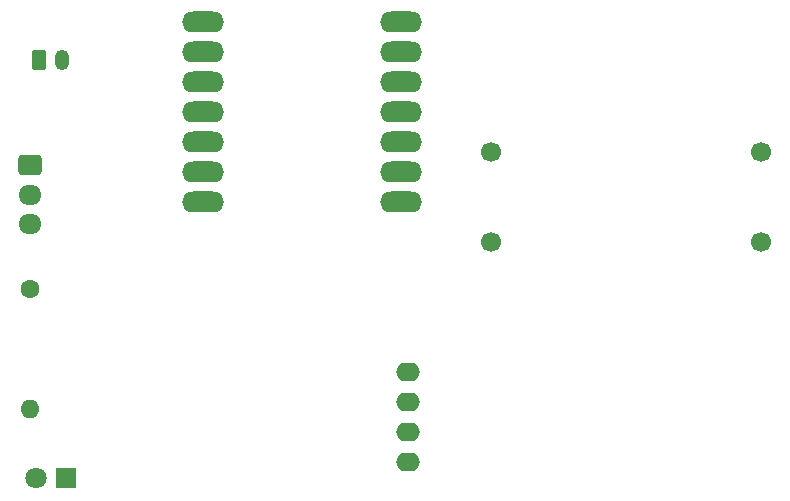
<source format=gbr>
%TF.GenerationSoftware,KiCad,Pcbnew,8.0.8*%
%TF.CreationDate,2025-02-21T09:36:53-08:00*%
%TF.ProjectId,PCB_Design,5043425f-4465-4736-9967-6e2e6b696361,V1.0*%
%TF.SameCoordinates,Original*%
%TF.FileFunction,Soldermask,Top*%
%TF.FilePolarity,Negative*%
%FSLAX46Y46*%
G04 Gerber Fmt 4.6, Leading zero omitted, Abs format (unit mm)*
G04 Created by KiCad (PCBNEW 8.0.8) date 2025-02-21 09:36:53*
%MOMM*%
%LPD*%
G01*
G04 APERTURE LIST*
G04 Aperture macros list*
%AMRoundRect*
0 Rectangle with rounded corners*
0 $1 Rounding radius*
0 $2 $3 $4 $5 $6 $7 $8 $9 X,Y pos of 4 corners*
0 Add a 4 corners polygon primitive as box body*
4,1,4,$2,$3,$4,$5,$6,$7,$8,$9,$2,$3,0*
0 Add four circle primitives for the rounded corners*
1,1,$1+$1,$2,$3*
1,1,$1+$1,$4,$5*
1,1,$1+$1,$6,$7*
1,1,$1+$1,$8,$9*
0 Add four rect primitives between the rounded corners*
20,1,$1+$1,$2,$3,$4,$5,0*
20,1,$1+$1,$4,$5,$6,$7,0*
20,1,$1+$1,$6,$7,$8,$9,0*
20,1,$1+$1,$8,$9,$2,$3,0*%
G04 Aperture macros list end*
%ADD10RoundRect,0.250000X-0.350000X-0.625000X0.350000X-0.625000X0.350000X0.625000X-0.350000X0.625000X0*%
%ADD11O,1.200000X1.750000*%
%ADD12C,1.600000*%
%ADD13O,1.600000X1.600000*%
%ADD14O,2.000000X1.600000*%
%ADD15C,1.800000*%
%ADD16R,1.800000X1.800000*%
%ADD17O,3.556000X1.778000*%
%ADD18C,1.700000*%
%ADD19RoundRect,0.250000X-0.725000X0.600000X-0.725000X-0.600000X0.725000X-0.600000X0.725000X0.600000X0*%
%ADD20O,1.950000X1.700000*%
G04 APERTURE END LIST*
D10*
%TO.C,BT2*%
X43722500Y-45550000D03*
D11*
X45722500Y-45550000D03*
%TD*%
D12*
%TO.C,R1*%
X43000000Y-64920000D03*
D13*
X43000000Y-75080000D03*
%TD*%
D14*
%TO.C,Brd1*%
X75000000Y-79620000D03*
X75000000Y-77080000D03*
X75000000Y-74540000D03*
X75000000Y-72000000D03*
%TD*%
D15*
%TO.C,D1*%
X43460000Y-81000000D03*
D16*
X46000000Y-81000000D03*
%TD*%
D17*
%TO.C,U1*%
X74382000Y-42380000D03*
X74382000Y-44920000D03*
X74382000Y-47460000D03*
X74382000Y-50000000D03*
X74382000Y-52540000D03*
X74382000Y-55080000D03*
X74382000Y-57620000D03*
X57618000Y-42380000D03*
X57618000Y-44920000D03*
X57618000Y-47460000D03*
X57618000Y-50000000D03*
X57618000Y-52540000D03*
X57618000Y-55080000D03*
X57618000Y-57620000D03*
%TD*%
D18*
%TO.C,M1*%
X104890000Y-60970000D03*
X104890000Y-53350000D03*
X82030000Y-53350000D03*
X82030000Y-60970000D03*
%TD*%
D19*
%TO.C,SW1*%
X43000000Y-54500000D03*
D20*
X43000000Y-57000000D03*
X43000000Y-59500000D03*
%TD*%
M02*

</source>
